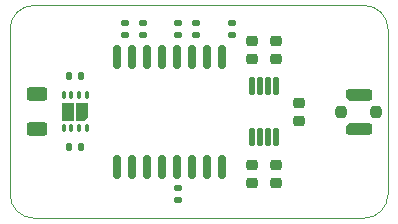
<source format=gbp>
%TF.GenerationSoftware,KiCad,Pcbnew,7.0.10*%
%TF.CreationDate,2024-02-15T14:25:29-05:00*%
%TF.ProjectId,wingbeat_detector,77696e67-6265-4617-945f-646574656374,4.0*%
%TF.SameCoordinates,Original*%
%TF.FileFunction,Paste,Bot*%
%TF.FilePolarity,Positive*%
%FSLAX46Y46*%
G04 Gerber Fmt 4.6, Leading zero omitted, Abs format (unit mm)*
G04 Created by KiCad (PCBNEW 7.0.10) date 2024-02-15 14:25:29*
%MOMM*%
%LPD*%
G01*
G04 APERTURE LIST*
G04 Aperture macros list*
%AMRoundRect*
0 Rectangle with rounded corners*
0 $1 Rounding radius*
0 $2 $3 $4 $5 $6 $7 $8 $9 X,Y pos of 4 corners*
0 Add a 4 corners polygon primitive as box body*
4,1,4,$2,$3,$4,$5,$6,$7,$8,$9,$2,$3,0*
0 Add four circle primitives for the rounded corners*
1,1,$1+$1,$2,$3*
1,1,$1+$1,$4,$5*
1,1,$1+$1,$6,$7*
1,1,$1+$1,$8,$9*
0 Add four rect primitives between the rounded corners*
20,1,$1+$1,$2,$3,$4,$5,0*
20,1,$1+$1,$4,$5,$6,$7,0*
20,1,$1+$1,$6,$7,$8,$9,0*
20,1,$1+$1,$8,$9,$2,$3,0*%
%AMFreePoly0*
4,1,18,-0.735000,0.477000,-0.730966,0.497282,-0.719477,0.514477,-0.702282,0.525966,-0.682000,0.530000,0.682000,0.530000,0.702282,0.525966,0.719477,0.514477,0.730966,0.497282,0.735000,0.477000,0.735000,-0.477000,0.730966,-0.497282,0.719477,-0.514477,0.702282,-0.525966,0.682000,-0.530000,-0.417000,-0.530000,-0.735000,-0.212000,-0.735000,0.477000,-0.735000,0.477000,$1*%
%AMFreePoly1*
4,1,18,-0.475000,0.910000,-0.460537,0.982710,-0.419350,1.044350,-0.357710,1.085537,-0.285000,1.100000,0.285000,1.100000,0.357710,1.085537,0.419350,1.044350,0.460537,0.982710,0.475000,0.910000,0.475000,-0.862500,0.237500,-1.100000,-0.285000,-1.100000,-0.357710,-1.085537,-0.419350,-1.044350,-0.460537,-0.982710,-0.475000,-0.910000,-0.475000,0.910000,-0.475000,0.910000,$1*%
%AMFreePoly2*
4,1,18,-0.475000,0.910000,-0.460537,0.982710,-0.419350,1.044350,-0.357710,1.085537,-0.285000,1.100000,0.285000,1.100000,0.357710,1.085537,0.419350,1.044350,0.460537,0.982710,0.475000,0.910000,0.475000,-0.910000,0.460537,-0.982710,0.419350,-1.044350,0.357710,-1.085537,0.285000,-1.100000,-0.237500,-1.100000,-0.475000,-0.862500,-0.475000,0.910000,-0.475000,0.910000,$1*%
G04 Aperture macros list end*
%ADD10RoundRect,0.140000X0.170000X-0.140000X0.170000X0.140000X-0.170000X0.140000X-0.170000X-0.140000X0*%
%ADD11RoundRect,0.135000X-0.185000X0.135000X-0.185000X-0.135000X0.185000X-0.135000X0.185000X0.135000X0*%
%ADD12RoundRect,0.225000X0.250000X-0.225000X0.250000X0.225000X-0.250000X0.225000X-0.250000X-0.225000X0*%
%ADD13RoundRect,0.135000X0.185000X-0.135000X0.185000X0.135000X-0.185000X0.135000X-0.185000X-0.135000X0*%
%ADD14RoundRect,0.053000X0.477000X-0.682000X0.477000X0.682000X-0.477000X0.682000X-0.477000X-0.682000X0*%
%ADD15FreePoly0,90.000000*%
%ADD16RoundRect,0.030000X0.120000X-0.270000X0.120000X0.270000X-0.120000X0.270000X-0.120000X-0.270000X0*%
%ADD17RoundRect,0.250000X0.625000X-0.312500X0.625000X0.312500X-0.625000X0.312500X-0.625000X-0.312500X0*%
%ADD18RoundRect,0.028200X0.206800X-0.681800X0.206800X0.681800X-0.206800X0.681800X-0.206800X-0.681800X0*%
%ADD19RoundRect,0.150000X0.150000X-0.875000X0.150000X0.875000X-0.150000X0.875000X-0.150000X-0.875000X0*%
%ADD20RoundRect,0.237500X-0.237500X0.262500X-0.237500X-0.262500X0.237500X-0.262500X0.237500X0.262500X0*%
%ADD21FreePoly1,270.000000*%
%ADD22FreePoly2,270.000000*%
%ADD23RoundRect,0.140000X0.140000X0.170000X-0.140000X0.170000X-0.140000X-0.170000X0.140000X-0.170000X0*%
%ADD24RoundRect,0.140000X-0.170000X0.140000X-0.170000X-0.140000X0.170000X-0.140000X0.170000X0.140000X0*%
%ADD25RoundRect,0.225000X-0.250000X0.225000X-0.250000X-0.225000X0.250000X-0.225000X0.250000X0.225000X0*%
%TA.AperFunction,Profile*%
%ADD26C,0.100000*%
%TD*%
G04 APERTURE END LIST*
D10*
%TO.C,C7*%
X145250000Y-93480000D03*
X145250000Y-92520000D03*
%TD*%
D11*
%TO.C,R3*%
X148250000Y-92490000D03*
X148250000Y-93510000D03*
%TD*%
D12*
%TO.C,C4*%
X156500000Y-95525000D03*
X156500000Y-93975000D03*
%TD*%
%TO.C,C5*%
X154500000Y-106025000D03*
X154500000Y-104475000D03*
%TD*%
%TO.C,C1*%
X154500000Y-95525000D03*
X154500000Y-93975000D03*
%TD*%
D13*
%TO.C,R6*%
X149750000Y-93510000D03*
X149750000Y-92490000D03*
%TD*%
D14*
%TO.C,U4*%
X138870000Y-100000000D03*
D15*
X140130000Y-100000000D03*
D16*
X140475000Y-101400000D03*
X139825000Y-101400000D03*
X139175000Y-101400000D03*
X138525000Y-101400000D03*
X138525000Y-98600000D03*
X139175000Y-98600000D03*
X139825000Y-98600000D03*
X140475000Y-98600000D03*
%TD*%
D11*
%TO.C,R4*%
X148250000Y-106490000D03*
X148250000Y-107510000D03*
%TD*%
D17*
%TO.C,R11*%
X136250000Y-101462500D03*
X136250000Y-98537500D03*
%TD*%
D18*
%TO.C,U1*%
X156475000Y-102165000D03*
X155825000Y-102165000D03*
X155175000Y-102165000D03*
X154525000Y-102165000D03*
X154525000Y-97835000D03*
X155175000Y-97835000D03*
X155825000Y-97835000D03*
X156475000Y-97835000D03*
%TD*%
D19*
%TO.C,U3*%
X151945000Y-104650000D03*
X150675000Y-104650000D03*
X149405000Y-104650000D03*
X148135000Y-104650000D03*
X146865000Y-104650000D03*
X145595000Y-104650000D03*
X144325000Y-104650000D03*
X143055000Y-104650000D03*
X143055000Y-95350000D03*
X144325000Y-95350000D03*
X145595000Y-95350000D03*
X146865000Y-95350000D03*
X148135000Y-95350000D03*
X149405000Y-95350000D03*
X150675000Y-95350000D03*
X151945000Y-95350000D03*
%TD*%
D20*
%TO.C,J2*%
X162025000Y-100000000D03*
D21*
X163500000Y-98575000D03*
D20*
X164975000Y-100000000D03*
D22*
X163500000Y-101425000D03*
%TD*%
D23*
%TO.C,C10*%
X139980000Y-97000000D03*
X139020000Y-97000000D03*
%TD*%
D24*
%TO.C,C9*%
X143750000Y-92520000D03*
X143750000Y-93480000D03*
%TD*%
D11*
%TO.C,R8*%
X152750000Y-92490000D03*
X152750000Y-93510000D03*
%TD*%
D25*
%TO.C,C2*%
X158500000Y-99225000D03*
X158500000Y-100775000D03*
%TD*%
%TO.C,C3*%
X156500000Y-104475000D03*
X156500000Y-106025000D03*
%TD*%
D23*
%TO.C,C11*%
X139980000Y-103000000D03*
X139020000Y-103000000D03*
%TD*%
D26*
X134000000Y-93000000D02*
X134000000Y-107000000D01*
X164000000Y-109000000D02*
G75*
G03*
X166000000Y-107000000I0J2000000D01*
G01*
X166000000Y-93000000D02*
G75*
G03*
X164000000Y-91000000I-2000000J0D01*
G01*
X136000000Y-91000000D02*
X164000000Y-91000000D01*
X136000000Y-91000000D02*
G75*
G03*
X134000000Y-93000000I0J-2000000D01*
G01*
X166000000Y-107000000D02*
X166000000Y-93000000D01*
X136000000Y-109000000D02*
X164000000Y-109000000D01*
X134000000Y-107000000D02*
G75*
G03*
X136000000Y-109000000I2000000J0D01*
G01*
M02*

</source>
